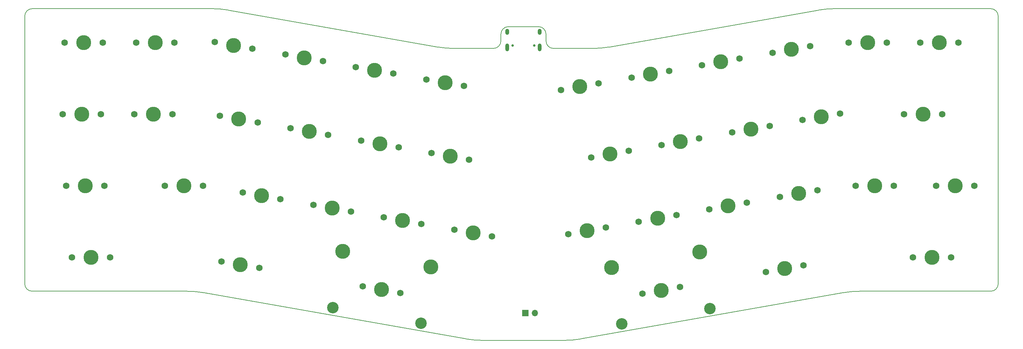
<source format=gbr>
G04 #@! TF.GenerationSoftware,KiCad,Pcbnew,6.0.5-a6ca702e91~116~ubuntu20.04.1*
G04 #@! TF.CreationDate,2022-06-01T09:33:51+02:00*
G04 #@! TF.ProjectId,3liza,336c697a-612e-46b6-9963-61645f706362,rev?*
G04 #@! TF.SameCoordinates,Original*
G04 #@! TF.FileFunction,Soldermask,Top*
G04 #@! TF.FilePolarity,Negative*
%FSLAX46Y46*%
G04 Gerber Fmt 4.6, Leading zero omitted, Abs format (unit mm)*
G04 Created by KiCad (PCBNEW 6.0.5-a6ca702e91~116~ubuntu20.04.1) date 2022-06-01 09:33:51*
%MOMM*%
%LPD*%
G01*
G04 APERTURE LIST*
G04 #@! TA.AperFunction,Profile*
%ADD10C,0.200000*%
G04 #@! TD*
%ADD11C,3.987800*%
%ADD12C,1.750000*%
%ADD13C,3.048000*%
%ADD14R,1.700000X1.700000*%
%ADD15O,1.700000X1.700000*%
%ADD16C,0.650000*%
%ADD17O,1.000000X2.100000*%
%ADD18O,1.000000X1.600000*%
G04 APERTURE END LIST*
D10*
X161176369Y-72788356D02*
X171570538Y-72788357D01*
X20472284Y-135409792D02*
X20472281Y-64209790D01*
X149176370Y-66988370D02*
G75*
G03*
X147176370Y-68988357I30J-2000030D01*
G01*
X235938988Y-62209792D02*
X277502783Y-62209794D01*
X130267347Y-72393357D02*
G75*
G03*
X134782198Y-72788356I4514853J25604957D01*
G01*
X235938988Y-62209789D02*
G75*
G03*
X231771433Y-62574406I12J-23999911D01*
G01*
X22472283Y-62209795D02*
X70413751Y-62209792D01*
X149176370Y-66988357D02*
X157176369Y-66988356D01*
X279502806Y-64209792D02*
G75*
G03*
X277502783Y-62209794I-2000006J-8D01*
G01*
X159176444Y-70788357D02*
G75*
G03*
X161176369Y-72788356I1999956J-43D01*
G01*
X22472283Y-62209781D02*
G75*
G03*
X20472281Y-64209790I17J-2000019D01*
G01*
X74581306Y-62574403D02*
X130267347Y-72393357D01*
X137930137Y-150104594D02*
X68174476Y-137804790D01*
X164255046Y-150469218D02*
G75*
G03*
X168422602Y-150104596I-46J24000018D01*
G01*
X74581305Y-62574410D02*
G75*
G03*
X70413751Y-62209792I-4167605J-23635690D01*
G01*
X279502781Y-64209792D02*
X279502782Y-135409792D01*
X242693115Y-137409791D02*
G75*
G03*
X238178261Y-137804790I-15J-25999809D01*
G01*
X20472308Y-135409792D02*
G75*
G03*
X22472282Y-137409792I1999992J-8D01*
G01*
X277502783Y-137409782D02*
G75*
G03*
X279502782Y-135409792I17J1999982D01*
G01*
X68174476Y-137804790D02*
G75*
G03*
X63659623Y-137409795I-4514876J-25605510D01*
G01*
X176085394Y-72393358D02*
X231771433Y-62574406D01*
X145176368Y-72788370D02*
G75*
G03*
X147176370Y-70788358I32J1999970D01*
G01*
X277502783Y-137409795D02*
X242693115Y-137409794D01*
X238178261Y-137804790D02*
X168422602Y-150104596D01*
X147176370Y-70788358D02*
X147176370Y-68988357D01*
X164255046Y-150469211D02*
X142097693Y-150469210D01*
X171570538Y-72788364D02*
G75*
G03*
X176085394Y-72393358I-38J25999964D01*
G01*
X159176344Y-68988358D02*
G75*
G03*
X157176369Y-66988356I-1999944J58D01*
G01*
X159176365Y-68988358D02*
X159176369Y-70788357D01*
X63659623Y-137409795D02*
X22472282Y-137409792D01*
X134782198Y-72788356D02*
X145176368Y-72788354D01*
X137930138Y-150104589D02*
G75*
G03*
X142097693Y-150469210I4167562J23634989D01*
G01*
D11*
G04 #@! TO.C,MX22*
X232448653Y-90971880D03*
D12*
X227445830Y-91854013D03*
X237451476Y-90089747D03*
G04 #@! TD*
D11*
G04 #@! TO.C,MX39*
X189818106Y-137176549D03*
D13*
X202756406Y-141987933D03*
D12*
X184815283Y-138058682D03*
X194820929Y-136294416D03*
D13*
X179305671Y-146122930D03*
D11*
X200110008Y-126979462D03*
X176659273Y-131114460D03*
G04 #@! TD*
D12*
G04 #@! TO.C,MX30*
X165091769Y-122192593D03*
D11*
X170094592Y-121310460D03*
D12*
X175097415Y-120428327D03*
G04 #@! TD*
D11*
G04 #@! TO.C,MX27*
X102264250Y-115303523D03*
D12*
X107267073Y-116185656D03*
X97261427Y-114421390D03*
G04 #@! TD*
G04 #@! TO.C,MX13*
X30600431Y-90301443D03*
D11*
X35680431Y-90301443D03*
D12*
X40760431Y-90301443D03*
G04 #@! TD*
D11*
G04 #@! TO.C,MX40*
X222649136Y-131387554D03*
D12*
X217646313Y-132269687D03*
X227651959Y-130505421D03*
G04 #@! TD*
D11*
G04 #@! TO.C,MX11*
X244756485Y-71234792D03*
D12*
X239676485Y-71234792D03*
X249836485Y-71234792D03*
G04 #@! TD*
G04 #@! TO.C,MX36*
X43145733Y-128403843D03*
D11*
X38065733Y-128403843D03*
D12*
X32985733Y-128403843D03*
G04 #@! TD*
G04 #@! TO.C,MX26*
X78500839Y-111113392D03*
X88506485Y-112877658D03*
D11*
X83503662Y-111995525D03*
G04 #@! TD*
D12*
G04 #@! TO.C,MX14*
X59810434Y-90301442D03*
X49650434Y-90301442D03*
D11*
X54730434Y-90301442D03*
G04 #@! TD*
G04 #@! TO.C,MX31*
X188855183Y-118002461D03*
D12*
X193858006Y-117120328D03*
X183852360Y-118884594D03*
G04 #@! TD*
D11*
G04 #@! TO.C,MX15*
X77431366Y-91580942D03*
D12*
X72428543Y-90698809D03*
X82434189Y-92463075D03*
G04 #@! TD*
D11*
G04 #@! TO.C,MX21*
X213688063Y-94279877D03*
D12*
X218690886Y-93397744D03*
X208685240Y-95162010D03*
G04 #@! TD*
G04 #@! TO.C,MX33*
X231379180Y-110504334D03*
X221373534Y-112268600D03*
D11*
X226376357Y-111386467D03*
G04 #@! TD*
D12*
G04 #@! TO.C,MX37*
X72847771Y-129460481D03*
D11*
X77850594Y-130342614D03*
D12*
X82853417Y-131224747D03*
G04 #@! TD*
G04 #@! TO.C,MX23*
X264612932Y-90284793D03*
X254452932Y-90284793D03*
D11*
X259532932Y-90284793D03*
G04 #@! TD*
G04 #@! TO.C,MX5*
X113570394Y-78609347D03*
D12*
X108567571Y-77727214D03*
X118573217Y-79491480D03*
G04 #@! TD*
G04 #@! TO.C,MX9*
X200687098Y-77228421D03*
X210692744Y-75464155D03*
D11*
X205689921Y-76346288D03*
G04 #@! TD*
G04 #@! TO.C,MX19*
X176166891Y-100895874D03*
D12*
X181169714Y-100013741D03*
X171164068Y-101778007D03*
G04 #@! TD*
G04 #@! TO.C,MX18*
X138715953Y-102387065D03*
D11*
X133713130Y-101504932D03*
D12*
X128710307Y-100622799D03*
G04 #@! TD*
G04 #@! TO.C,MX24*
X41693884Y-109351443D03*
D11*
X36613884Y-109351443D03*
D12*
X31533884Y-109351443D03*
G04 #@! TD*
D11*
G04 #@! TO.C,MX10*
X224450507Y-73038290D03*
D12*
X219447684Y-73920423D03*
X229453330Y-72156157D03*
G04 #@! TD*
D11*
G04 #@! TO.C,MX16*
X96191956Y-94888936D03*
D12*
X101194779Y-95771069D03*
X91189133Y-94006803D03*
G04 #@! TD*
G04 #@! TO.C,MX17*
X119955365Y-99079066D03*
D11*
X114952542Y-98196933D03*
D12*
X109949719Y-97314800D03*
G04 #@! TD*
G04 #@! TO.C,MX29*
X144788250Y-122801652D03*
D11*
X139785427Y-121919519D03*
D12*
X134782604Y-121037386D03*
G04 #@! TD*
D11*
G04 #@! TO.C,MX28*
X121024838Y-118611521D03*
D12*
X126027661Y-119493654D03*
X116022015Y-117729388D03*
G04 #@! TD*
D11*
G04 #@! TO.C,MX34*
X246680534Y-109334791D03*
D12*
X241600534Y-109334791D03*
X251760534Y-109334791D03*
G04 #@! TD*
G04 #@! TO.C,MX7*
X173171568Y-82080151D03*
X163165922Y-83844417D03*
D11*
X168168745Y-82962284D03*
G04 #@! TD*
D12*
G04 #@! TO.C,MX6*
X137333803Y-82799478D03*
D11*
X132330980Y-81917345D03*
D12*
X127328157Y-81035212D03*
G04 #@! TD*
G04 #@! TO.C,MX4*
X89806982Y-74419216D03*
D11*
X94809805Y-75301349D03*
D12*
X99812628Y-76183482D03*
G04 #@! TD*
G04 #@! TO.C,MX25*
X57727633Y-109351442D03*
D11*
X62807633Y-109351442D03*
D12*
X67887633Y-109351442D03*
G04 #@! TD*
D11*
G04 #@! TO.C,MX3*
X76049218Y-71993353D03*
D12*
X81052041Y-72875486D03*
X71046395Y-71111220D03*
G04 #@! TD*
G04 #@! TO.C,MX32*
X202612946Y-115576598D03*
D11*
X207615769Y-114694465D03*
D12*
X212618592Y-113812332D03*
G04 #@! TD*
G04 #@! TO.C,MX2*
X50130631Y-71251443D03*
X60290631Y-71251443D03*
D11*
X55210631Y-71251443D03*
G04 #@! TD*
D12*
G04 #@! TO.C,MX1*
X31080631Y-71251442D03*
D11*
X36160631Y-71251442D03*
D12*
X41240631Y-71251442D03*
G04 #@! TD*
D13*
G04 #@! TO.C,MX38*
X125884203Y-145904989D03*
D11*
X128530601Y-130896519D03*
D12*
X110368945Y-136076475D03*
D13*
X102433468Y-141769992D03*
D11*
X105079866Y-126761521D03*
X115371768Y-136958608D03*
D12*
X120374591Y-137840741D03*
G04 #@! TD*
D11*
G04 #@! TO.C,MX41*
X261895134Y-128384792D03*
D12*
X266975134Y-128384792D03*
X256815134Y-128384792D03*
G04 #@! TD*
G04 #@! TO.C,MX20*
X189924655Y-98470009D03*
X199930301Y-96705743D03*
D11*
X194927478Y-97587876D03*
G04 #@! TD*
D12*
G04 #@! TO.C,MX8*
X191932155Y-78772151D03*
D11*
X186929332Y-79654284D03*
D12*
X181926509Y-80536417D03*
G04 #@! TD*
G04 #@! TO.C,MX12*
X268886484Y-71234791D03*
X258726484Y-71234791D03*
D11*
X263806484Y-71234791D03*
G04 #@! TD*
D12*
G04 #@! TO.C,MX35*
X273172733Y-109334792D03*
X263012733Y-109334792D03*
D11*
X268092733Y-109334792D03*
G04 #@! TD*
D14*
G04 #@! TO.C,RESET*
X153679004Y-143230695D03*
D15*
X156219004Y-143230695D03*
G04 #@! TD*
D16*
G04 #@! TO.C,USB1*
X156073131Y-71980591D03*
X150293131Y-71980591D03*
D17*
X148863131Y-72510591D03*
D18*
X157503131Y-68330591D03*
X148863131Y-68330591D03*
D17*
X157503131Y-72510591D03*
G04 #@! TD*
M02*

</source>
